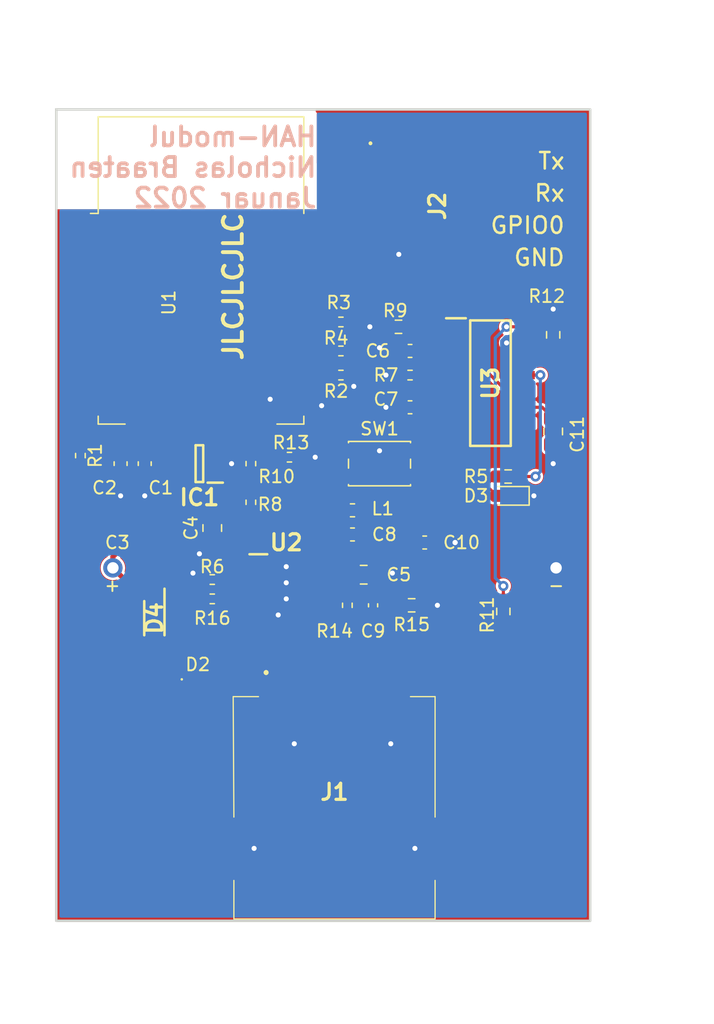
<source format=kicad_pcb>
(kicad_pcb (version 20211014) (generator pcbnew)
  (layers (0 "F.Cu" signal) (31 "B.Cu" signal) (34 "B.Paste" user) (35 "F.Paste" user) (36 "B.SilkS" user "B.Silkscreen") (37 "F.SilkS" user "F.Silkscreen") (38 "B.Mask" user) (39 "F.Mask" user) (44 "Edge.Cuts" user))
  (net 0 "")
  (net 1 "GND")
  (net 2 "+3V3")
  (net 3 "/ESP_Rx")
  (net 4 "Net-(D3-Pad2)")
  (net 5 "/~{HAN}")
  (net 6 "Net-(C9-Pad2)")
  (net 7 "Net-(R12-Pad1)")
  (net 8 "Net-(R11-Pad1)")
  (net 9 "HAN1")
  (net 10 "Net-(R9-Pad1)")
  (net 11 "Net-(IC1-Pad3)")
  (net 12 "Net-(IC1-Pad1)")
  (net 13 "Net-(R4-Pad2)")
  (net 14 "/GPIO0")
  (net 15 "Net-(R2-Pad2)")
  (net 16 "Net-(R1-Pad1)")
  (net 17 "Net-(R6-Pad1)")
  (net 18 "Net-(R7-Pad1)")
  (net 19 "/24V")
  (net 20 "Net-(R16-Pad2)")
  (net 24 "/RS232_Tx")
  (net 25 "/RS232_Rx")
  (net 26 "/~{RST}")
  (net 40 "/ESP_Tx")
  (net 41 "Net-(D2-Pad1)")
  (net 43 "Net-(C6-Pad1)")
  (net 44 "/P_fail")
  (net 45 "Net-(C7-Pad2)")
  (net 48 "Net-(C11-Pad1)")
  (net 51 "Net-(C5-Pad2)")
  (net 53 "Net-(C8-Pad1)")
  (net 54 "Net-(C8-Pad2)")
  (footprint "Resistor_SMD:R_0402_1005Metric_Pad0.72x0.64mm_HandSolder" (layer "F.Cu") (at 183.007 76.2 -90)
    (fp_text reference "R10" (at 1.016 -2.032 180) (layer "F.SilkS"))
    (fp_text value "121k")
    (pad "1" smd roundrect locked (at -0.5975 0 270) (size 0.715 0.64) (layers "F.Cu" "F.Paste" "F.Mask") (net 11 "Net-(IC1-Pad3)"))
    (pad "2" smd roundrect locked (at 0.5975 0 270) (size 0.715 0.64) (layers "F.Cu" "F.Paste" "F.Mask") (net 12 "Net-(IC1-Pad1)"))
  )
  (footprint "Capacitor_SMD:C_0805_2012Metric_Pad1.18x1.45mm_HandSolder" (layer "F.Cu") (at 191.9185 84.963 180)
    (fp_text reference "C5" (at -2.7725 0) (layer "F.SilkS"))
    (fp_text value "1µ")
    (pad "1" smd roundrect locked (at -1.0375 0 180) (size 1.175 1.45) (layers "F.Cu" "F.Paste" "F.Mask") (roundrect_rratio 0.212766) (net 1 "GND"))
    (pad "2" smd roundrect locked (at 1.0375 0 180) (size 1.175 1.45) (layers "F.Cu" "F.Paste" "F.Mask") (roundrect_rratio 0.212766) (net 51 "Net-(C5-Pad2)"))
  )
  (footprint "Resistor_SMD:R_0402_1005Metric_Pad0.72x0.64mm_HandSolder" (layer "F.Cu") (at 183.007 79.248 -90)
    (fp_text reference "R8" (at 0.167621 -1.524 180) (layer "F.SilkS"))
    (fp_text value "825k")
    (pad "1" smd roundrect locked (at -0.5975 0 270) (size 0.715 0.64) (layers "F.Cu" "F.Paste" "F.Mask") (net 12 "Net-(IC1-Pad1)"))
    (pad "2" smd roundrect locked (at 0.5975 0 270) (size 0.715 0.64) (layers "F.Cu" "F.Paste" "F.Mask") (net 19 "/24V"))
  )
  (footprint "Inductor_SMD:L_0603_1608Metric" (layer "F.Cu") (at 191.0335 79.883)
    (fp_text reference "L1" (at 2.3875 -0.127) (layer "F.SilkS"))
    (fp_text value "15µH")
    (pad "1" smd roundrect locked (at -0.7875 0) (size 0.875 0.95) (layers "F.Cu" "F.Paste" "F.Mask") (net 54 "Net-(C8-Pad2)"))
    (pad "2" smd roundrect locked (at 0.7875 0) (size 0.875 0.95) (layers "F.Cu" "F.Paste" "F.Mask") (net 2 "+3V3"))
  )
  (footprint "RF_Module:ESP-12E" (layer "F.Cu") (at 179.07 60.96)
    (fp_text reference "U1" (at -2.54 2.54 90) (layer "F.SilkS"))
    (fp_text value "ESP-12F")
    (pad "1" smd rect (at -7.6 -3.5) (size 2.5 1) (layers "F.Cu" "F.Paste" "F.Mask") (net 26 "/~{RST}"))
    (pad "2" smd rect (at -7.6 -1.5) (size 2.5 1) (layers "F.Cu" "F.Paste" "F.Mask"))
    (pad "3" smd rect (at -7.6 0.5) (size 2.5 1) (layers "F.Cu" "F.Paste" "F.Mask") (net 16 "Net-(R1-Pad1)"))
    (pad "4" smd rect (at -7.6 2.5) (size 2.5 1) (layers "F.Cu" "F.Paste" "F.Mask"))
    (pad "5" smd rect (at -7.6 4.5) (size 2.5 1) (layers "F.Cu" "F.Paste" "F.Mask"))
    (pad "6" smd rect (at -7.6 6.5) (size 2.5 1) (layers "F.Cu" "F.Paste" "F.Mask"))
    (pad "7" smd rect (at -7.6 8.5) (size 2.5 1) (layers "F.Cu" "F.Paste" "F.Mask"))
    (pad "8" smd rect (at -7.6 10.5) (size 2.5 1) (layers "F.Cu" "F.Paste" "F.Mask") (net 2 "+3V3"))
    (pad "9" smd rect (at -5 12) (size 1 1.8) (layers "F.Cu" "F.Paste" "F.Mask"))
    (pad "10" smd rect (at -3 12) (size 1 1.8) (layers "F.Cu" "F.Paste" "F.Mask"))
    (pad "11" smd rect (at -1 12) (size 1 1.8) (layers "F.Cu" "F.Paste" "F.Mask"))
    (pad "12" smd rect (at 1 12) (size 1 1.8) (layers "F.Cu" "F.Paste" "F.Mask"))
    (pad "13" smd rect (at 3 12) (size 1 1.8) (layers "F.Cu" "F.Paste" "F.Mask"))
    (pad "14" smd rect (at 5 12) (size 1 1.8) (layers "F.Cu" "F.Paste" "F.Mask"))
    (pad "15" smd rect (at 7.6 10.5) (size 2.5 1) (layers "F.Cu" "F.Paste" "F.Mask") (net 1 "GND"))
    (pad "16" smd rect (at 7.6 8.5) (size 2.5 1) (layers "F.Cu" "F.Paste" "F.Mask") (net 15 "Net-(R2-Pad2)"))
    (pad "17" smd rect (at 7.6 6.5) (size 2.5 1) (layers "F.Cu" "F.Paste" "F.Mask") (net 13 "Net-(R4-Pad2)"))
    (pad "18" smd rect (at 7.6 4.5) (size 2.5 1) (layers "F.Cu" "F.Paste" "F.Mask") (net 14 "/GPIO0"))
    (pad "19" smd rect (at 7.6 2.5) (size 2.5 1) (layers "F.Cu" "F.Paste" "F.Mask"))
    (pad "20" smd rect (at 7.6 0.5) (size 2.5 1) (layers "F.Cu" "F.Paste" "F.Mask"))
    (pad "21" smd rect (at 7.6 -1.5) (size 2.5 1) (layers "F.Cu" "F.Paste" "F.Mask") (net 3 "/ESP_Rx"))
    (pad "22" smd rect (at 7.6 -3.5) (size 2.5 1) (layers "F.Cu" "F.Paste" "F.Mask") (net 40 "/ESP_Tx"))
    (zone (net 0) (net_name "") (layers *.Cu) (connect_pads (clearance 0)) (min_thickness 0.254)
      (keepout (tracks not_allowed) (vias not_allowed) (pads not_allowed) (copperpour not_allowed) (footprints not_allowed))
      (fill (thermal_gap 0.508) (thermal_bridge_width 0.508))
      (polygon (pts (xy 188.214 56.134) (xy 169.926 56.134) (xy 169.926 48.514) (xy 188.214 48.514)))
    )
  )
  (footprint "Capacitor_SMD:C_0603_1608Metric" (layer "F.Cu") (at 174.625 76.2 -90)
    (fp_text reference "C1" (at 1.905 -1.27 180) (layer "F.SilkS"))
    (fp_text value "100n")
    (pad "1" smd roundrect locked (at -0.775 0 270) (size 0.9 0.95) (layers "F.Cu" "F.Paste" "F.Mask") (net 2 "+3V3"))
    (pad "2" smd roundrect locked (at 0.775 0 270) (size 0.9 0.95) (layers "F.Cu" "F.Paste" "F.Mask") (net 1 "GND"))
  )
  (footprint "Resistor_SMD:R_0402_1005Metric_Pad0.72x0.64mm_HandSolder" (layer "F.Cu") (at 190.627 87.376 -90)
    (fp_text reference "R14" (at 2.032 1.016 180) (layer "F.SilkS"))
    (fp_text value "1M")
    (pad "1" smd roundrect locked (at -0.5975 0 270) (size 0.715 0.64) (layers "F.Cu" "F.Paste" "F.Mask") (net 2 "+3V3"))
    (pad "2" smd roundrect locked (at 0.5975 0 270) (size 0.715 0.64) (layers "F.Cu" "F.Paste" "F.Mask") (net 6 "Net-(C9-Pad2)"))
  )
  (footprint "Capacitor_SMD:C_0805_2012Metric_Pad1.18x1.45mm_HandSolder" (layer "F.Cu") (at 179.959 81.28 90)
    (fp_text reference "C4" (at 0 -1.68 90) (layer "F.SilkS"))
    (fp_text value "2.2µ")
    (pad "1" smd roundrect locked (at -1.0375 0 90) (size 1.175 1.45) (layers "F.Cu" "F.Paste" "F.Mask") (roundrect_rratio 0.212766) (net 1 "GND"))
    (pad "2" smd roundrect locked (at 1.0375 0 90) (size 1.175 1.45) (layers "F.Cu" "F.Paste" "F.Mask") (roundrect_rratio 0.212766) (net 19 "/24V"))
  )
  (footprint "Resistor_SMD:R_0402_1005Metric_Pad0.72x0.64mm_HandSolder" (layer "F.Cu") (at 169.545 75.565 -90)
    (fp_text reference "R1" (at 0 -1.17 90) (layer "F.SilkS"))
    (fp_text value "10k")
    (pad "1" smd roundrect locked (at -0.5975 0 270) (size 0.715 0.64) (layers "F.Cu" "F.Paste" "F.Mask") (net 16 "Net-(R1-Pad1)"))
    (pad "2" smd roundrect locked (at 0.5975 0 270) (size 0.715 0.64) (layers "F.Cu" "F.Paste" "F.Mask") (net 2 "+3V3"))
  )
  (footprint "Capacitor_SMD:C_0805_2012Metric_Pad1.18x1.45mm_HandSolder" (layer "F.Cu") (at 206.883 73.66 -90)
    (fp_text reference "C11" (at 0.2325 -1.905 90) (layer "F.SilkS"))
    (fp_text value "1µ")
    (pad "1" smd roundrect locked (at -1.0375 0 270) (size 1.175 1.45) (layers "F.Cu" "F.Paste" "F.Mask") (roundrect_rratio 0.212766) (net 48 "Net-(C11-Pad1)"))
    (pad "2" smd roundrect locked (at 1.0375 0 270) (size 1.175 1.45) (layers "F.Cu" "F.Paste" "F.Mask") (roundrect_rratio 0.212766) (net 1 "GND"))
  )
  (footprint "Resistor_SMD:R_0603_1608Metric_Pad0.98x0.95mm_HandSolder" (layer "F.Cu") (at 195.707 87.376)
    (fp_text reference "R15" (at 0 1.524) (layer "F.SilkS"))
    (fp_text value "316k")
    (pad "1" smd roundrect locked (at -0.9125 0) (size 0.975 0.95) (layers "F.Cu" "F.Paste" "F.Mask") (net 6 "Net-(C9-Pad2)"))
    (pad "2" smd roundrect locked (at 0.9125 0) (size 0.975 0.95) (layers "F.Cu" "F.Paste" "F.Mask") (net 1 "GND"))
  )
  (footprint "Capacitor_SMD:C_0603_1608Metric" (layer "F.Cu") (at 195.58 67.31 180)
    (fp_text reference "C6" (at 2.54 0) (layer "F.SilkS"))
    (fp_text value "10µ")
    (pad "1" smd roundrect locked (at -0.775 0 180) (size 0.9 0.95) (layers "F.Cu" "F.Paste" "F.Mask") (net 43 "Net-(C6-Pad1)"))
    (pad "2" smd roundrect locked (at 0.775 0 180) (size 0.9 0.95) (layers "F.Cu" "F.Paste" "F.Mask") (net 1 "GND"))
  )
  (footprint "Diode_SMD:D_0402_1005Metric_Pad0.77x0.64mm_HandSolder" (layer "F.Cu") (at 178.816 93.218)
    (fp_text reference "D2" (at 0 -1.17) (layer "F.SilkS"))
    (fp_text value "D_Schottky_ALT")
    (pad "1" smd roundrect locked (at -0.5725 0) (size 0.765 0.64) (layers "F.Cu" "F.Paste" "F.Mask") (net 41 "Net-(D2-Pad1)"))
    (pad "2" smd roundrect locked (at 0.5725 0) (size 0.765 0.64) (layers "F.Cu" "F.Paste" "F.Mask") (net 9 "HAN1"))
  )
  (footprint "Button_Switch_SMD:SW_SPST_EVQP2" (layer "F.Cu") (at 193.167 76.2)
    (fp_text reference "SW1" (at 0 -2.75) (layer "F.SilkS"))
    (fp_text value "RESET")
    (pad "1" smd rect locked (at 2.58 -1) (size 1.45 0.7) (layers "F.Cu" "F.Paste" "F.Mask") (net 1 "GND"))
    (pad "1" smd rect locked (at -2.58 -1) (size 1.45 0.7) (layers "F.Cu" "F.Paste" "F.Mask") (net 1 "GND"))
    (pad "2" smd rect locked (at 2.58 1) (size 1.45 0.7) (layers "F.Cu" "F.Paste" "F.Mask") (net 12 "Net-(IC1-Pad1)"))
    (pad "2" smd rect locked (at -2.58 1) (size 1.45 0.7) (layers "F.Cu" "F.Paste" "F.Mask") (net 12 "Net-(IC1-Pad1)"))
  )
  (footprint "Resistor_SMD:R_0402_1005Metric_Pad0.72x0.64mm_HandSolder" (layer "F.Cu") (at 195.58 69.215 180)
    (fp_text reference "R7" (at 1.905 0) (layer "F.SilkS"))
    (fp_text value "30k")
    (pad "1" smd roundrect locked (at -0.5975 0 180) (size 0.715 0.64) (layers "F.Cu" "F.Paste" "F.Mask") (net 18 "Net-(R7-Pad1)"))
    (pad "2" smd roundrect locked (at 0.5975 0 180) (size 0.715 0.64) (layers "F.Cu" "F.Paste" "F.Mask") (net 1 "GND"))
  )
  (footprint "Resistor_SMD:R_0603_1608Metric_Pad0.98x0.95mm_HandSolder" (layer "F.Cu") (at 202.946 87.8605 -90)
    (fp_text reference "R11" (at 0.2775 1.27 90) (layer "F.SilkS"))
    (fp_text value "220R")
    (pad "1" smd roundrect locked (at -0.9125 0 270) (size 0.975 0.95) (layers "F.Cu" "F.Paste" "F.Mask") (net 8 "Net-(R11-Pad1)"))
    (pad "2" smd roundrect locked (at 0.9125 0 270) (size 0.975 0.95) (layers "F.Cu" "F.Paste" "F.Mask") (net 9 "HAN1"))
  )
  (footprint "RJLSE4118101:RJLSE4118101" (layer "F.Cu") (at 189.611 102.108)
    (fp_text reference "J1" (at 0 0) (layer "F.SilkS") (effects (font (size 1.27 1.27) (thickness 0.254))))
    (fp_text value "RJLSE4118101" hide)
    (pad "1" smd rect locked (at -4.445 -7.637) (size 0.76 4.75) (layers "F.Cu" "F.Paste" "F.Mask") (net 9 "HAN1"))
    (pad "2" smd rect locked (at -3.175 -7.637) (size 0.76 4.75) (layers "F.Cu" "F.Paste" "F.Mask") (net 1 "GND"))
    (pad "3" smd rect locked (at -1.905 -7.637) (size 0.76 4.75) (layers "F.Cu" "F.Paste" "F.Mask"))
    (pad "4" smd rect locked (at -0.635 -7.637) (size 0.76 4.75) (layers "F.Cu" "F.Paste" "F.Mask"))
    (pad "5" smd rect locked (at 0.635 -7.637) (size 0.76 4.75) (layers "F.Cu" "F.Paste" "F.Mask"))
    (pad "6" smd rect locked (at 1.905 -7.637) (size 0.76 4.75) (layers "F.Cu" "F.Paste" "F.Mask") (net 24 "/RS232_Tx"))
    (pad "7" smd rect locked (at 3.175 -7.637) (size 0.76 4.75) (layers "F.Cu" "F.Paste" "F.Mask") (net 25 "/RS232_Rx"))
    (pad "8" smd rect locked (at 4.445 -7.637) (size 0.76 4.75) (layers "F.Cu" "F.Paste" "F.Mask") (net 1 "GND"))
    (pad "MP1" smd rect locked (at -8.46 4.543) (size 2.24 3.51) (layers "F.Cu" "F.Paste" "F.Mask") (net 1 "GND"))
    (pad "MP2" smd rect locked (at 8.46 4.543) (size 2.24 3.51) (layers "F.Cu" "F.Paste" "F.Mask") (net 1 "GND"))
  )
  (footprint "Resistor_SMD:R_0603_1608Metric_Pad0.98x0.95mm_HandSolder" (layer "F.Cu") (at 194.6675 65.405 180)
    (fp_text reference "R9" (at 0.254724 1.27) (layer "F.SilkS"))
    (fp_text value "220R")
    (pad "1" smd roundrect locked (at -0.9125 0 180) (size 0.975 0.95) (layers "F.Cu" "F.Paste" "F.Mask") (net 10 "Net-(R9-Pad1)"))
    (pad "2" smd roundrect locked (at 0.9125 0 180) (size 0.975 0.95) (layers "F.Cu" "F.Paste" "F.Mask") (net 1 "GND"))
  )
  (footprint "LIB_LT8619EMSE-5#PBF:SOP50P490X110-17N" (layer "F.Cu") (at 185.801 85.598)
    (fp_text reference "U2" (at 0 -3.175) (layer "F.SilkS") (effects (font (size 1.27 1.27) (thickness 0.254))))
    (fp_text value "LT8619" hide)
    (pad "1" smd rect (at -2.2 -1.75 90) (size 0.3 1.4) (layers "F.Cu" "F.Paste" "F.Mask"))
    (pad "2" smd rect (at -2.2 -1.25 90) (size 0.3 1.4) (layers "F.Cu" "F.Paste" "F.Mask") (net 19 "/24V"))
    (pad "3" smd rect (at -2.2 -0.75 90) (size 0.3 1.4) (layers "F.Cu" "F.Paste" "F.Mask"))
    (pad "4" smd rect (at -2.2 -0.25 90) (size 0.3 1.4) (layers "F.Cu" "F.Paste" "F.Mask") (net 19 "/24V"))
    (pad "5" smd rect (at -2.2 0.25 90) (size 0.3 1.4) (layers "F.Cu" "F.Paste" "F.Mask") (net 17 "Net-(R6-Pad1)"))
    (pad "6" smd rect (at -2.2 0.75 90) (size 0.3 1.4) (layers "F.Cu" "F.Paste" "F.Mask") (net 20 "Net-(R16-Pad2)"))
    (pad "7" smd rect (at -2.2 1.25 90) (size 0.3 1.4) (layers "F.Cu" "F.Paste" "F.Mask") (net 1 "GND"))
    (pad "8" smd rect (at -2.2 1.75 90) (size 0.3 1.4) (layers "F.Cu" "F.Paste" "F.Mask") (net 1 "GND"))
    (pad "9" smd rect (at 2.2 1.75 90) (size 0.3 1.4) (layers "F.Cu" "F.Paste" "F.Mask") (net 6 "Net-(C9-Pad2)"))
    (pad "10" smd rect (at 2.2 1.25 90) (size 0.3 1.4) (layers "F.Cu" "F.Paste" "F.Mask") (net 6 "Net-(C9-Pad2)"))
    (pad "11" smd rect (at 2.2 0.75 90) (size 0.3 1.4) (layers "F.Cu" "F.Paste" "F.Mask") (net 2 "+3V3"))
    (pad "12" smd rect (at 2.2 0.25 90) (size 0.3 1.4) (layers "F.Cu" "F.Paste" "F.Mask") (net 51 "Net-(C5-Pad2)"))
    (pad "13" smd rect (at 2.2 -0.25 90) (size 0.3 1.4) (layers "F.Cu" "F.Paste" "F.Mask"))
    (pad "14" smd rect (at 2.2 -0.75 90) (size 0.3 1.4) (layers "F.Cu" "F.Paste" "F.Mask") (net 53 "Net-(C8-Pad1)"))
    (pad "15" smd rect (at 2.2 -1.25 90) (size 0.3 1.4) (layers "F.Cu" "F.Paste" "F.Mask") (net 54 "Net-(C8-Pad2)"))
    (pad "16" smd rect (at 2.2 -1.75 90) (size 0.3 1.4) (layers "F.Cu" "F.Paste" "F.Mask") (net 54 "Net-(C8-Pad2)"))
    (pad "17" smd rect (at 0 0) (size 1.753 2.947) (layers "F.Cu" "F.Paste" "F.Mask") (net 1 "GND"))
  )
  (footprint "Resistor_SMD:R_0402_1005Metric_Pad0.72x0.64mm_HandSolder" (layer "F.Cu") (at 190.119 65.024 180)
    (fp_text reference "R3" (at 0.167621 1.524) (layer "F.SilkS"))
    (fp_text value "10k")
    (pad "1" smd roundrect locked (at -0.5975 0 180) (size 0.715 0.64) (layers "F.Cu" "F.Paste" "F.Mask") (net 2 "+3V3"))
    (pad "2" smd roundrect locked (at 0.5975 0 180) (size 0.715 0.64) (layers "F.Cu" "F.Paste" "F.Mask") (net 14 "/GPIO0"))
  )
  (footprint "LED_SMD:LED_0603_1608Metric_Pad1.05x0.95mm_HandSolder" (layer "F.Cu") (at 203.327 78.74 180)
    (fp_text reference "D3" (at 2.54 0) (layer "F.SilkS"))
    (fp_text value "LED")
    (pad "1" smd roundrect locked (at -0.875 0 180) (size 1.05 0.95) (layers "F.Cu" "F.Paste" "F.Mask") (net 1 "GND"))
    (pad "2" smd roundrect locked (at 0.875 0 180) (size 1.05 0.95) (layers "F.Cu" "F.Paste" "F.Mask") (net 4 "Net-(D3-Pad2)"))
  )
  (footprint "NSI45025AT1G:NSI45025AT1G" (layer "F.Cu") (at 175.387 88.392 -90)
    (fp_text reference "D4" (at 0 0 90) (layer "F.SilkS") (effects (font (size 1.27 1.27) (thickness 0.254))))
    (fp_text value "NSI45025AT1G" hide)
    (pad "1" smd rect locked (at -1.75 0) (size 0.8 1.15) (layers "F.Cu" "F.Paste" "F.Mask") (net 19 "/24V"))
    (pad "2" smd rect locked (at 1.75 0) (size 0.8 1.15) (layers "F.Cu" "F.Paste" "F.Mask") (net 41 "Net-(D2-Pad1)"))
  )
  (footprint "Resistor_SMD:R_0402_1005Metric_Pad0.72x0.64mm_HandSolder" (layer "F.Cu") (at 179.959 86.868)
    (fp_text reference "R16" (at 0 1.524 180) (layer "F.SilkS"))
    (fp_text value "100k")
    (pad "1" smd roundrect locked (at -0.5975 0) (size 0.715 0.64) (layers "F.Cu" "F.Paste" "F.Mask") (net 2 "+3V3"))
    (pad "2" smd roundrect locked (at 0.5975 0) (size 0.715 0.64) (layers "F.Cu" "F.Paste" "F.Mask") (net 20 "Net-(R16-Pad2)"))
  )
  (footprint "Capacitor_SMD:C_0402_1005Metric_Pad0.74x0.62mm_HandSolder" (layer "F.Cu") (at 192.659 87.376 -90)
    (fp_text reference "C9" (at 2.032 0 180) (layer "F.SilkS"))
    (fp_text value "6.8p")
    (pad "1" smd roundrect locked (at -0.5675 0 270) (size 0.735 0.62) (layers "F.Cu" "F.Paste" "F.Mask") (net 2 "+3V3"))
    (pad "2" smd roundrect locked (at 0.5675 0 270) (size 0.735 0.62) (layers "F.Cu" "F.Paste" "F.Mask") (net 6 "Net-(C9-Pad2)"))
  )
  (footprint "MIC2779L:SOT95P280X145-5N" (layer "F.Cu") (at 178.943 76.2 180)
    (fp_text reference "IC1" (at 0 -2.667) (layer "F.SilkS") (effects (font (size 1.27 1.27) (thickness 0.254))))
    (fp_text value "MIC2779L-2YM5_TR" hide)
    (pad "1" smd rect locked (at -1.25 -0.95 270) (size 0.6 1.2) (layers "F.Cu" "F.Paste" "F.Mask") (net 12 "Net-(IC1-Pad1)"))
    (pad "2" smd rect locked (at -1.25 0 270) (size 0.6 1.2) (layers "F.Cu" "F.Paste" "F.Mask") (net 1 "GND"))
    (pad "3" smd rect locked (at -1.25 0.95 270) (size 0.6 1.2) (layers "F.Cu" "F.Paste" "F.Mask") (net 11 "Net-(IC1-Pad3)"))
    (pad "4" smd rect locked (at 1.25 0.95 270) (size 0.6 1.2) (layers "F.Cu" "F.Paste" "F.Mask") (net 26 "/~{RST}"))
    (pad "5" smd rect locked (at 1.25 -0.95 270) (size 0.6 1.2) (layers "F.Cu" "F.Paste" "F.Mask") (net 2 "+3V3"))
  )
  (footprint "Resistor_SMD:R_0402_1005Metric_Pad0.72x0.64mm_HandSolder" (layer "F.Cu") (at 190.119 69.215 180)
    (fp_text reference "R2" (at 0.381 -1.27) (layer "F.SilkS"))
    (fp_text value "10k")
    (pad "1" smd roundrect locked (at -0.5975 0 180) (size 0.715 0.64) (layers "F.Cu" "F.Paste" "F.Mask") (net 1 "GND"))
    (pad "2" smd roundrect locked (at 0.5975 0 180) (size 0.715 0.64) (layers "F.Cu" "F.Paste" "F.Mask") (net 15 "Net-(R2-Pad2)"))
  )
  (footprint "MAL202117102E3:MAL202117102E3" (layer "F.Cu") (at 174.611 78.173)
    (fp_text reference "C3" (at -2.145 4.25 unlocked) (layer "F.SilkS"))
    (fp_text value "1F")
    (fp_text user "+" (at -2.54 7.62 unlocked) (layer "F.SilkS"))
    (fp_text user "-" (at 32.512 7.62 unlocked) (layer "F.SilkS"))
    (pad "1" thru_hole circle (at -2.5 6.25) (size 1.524 1.524) (drill 0.9) (layers *.Cu *.Mask) (net 19 "/24V"))
    (pad "2" thru_hole rect (at 32.5 6.25) (size 1.524 1.524) (drill 0.9) (layers *.Cu *.Mask) (net 1 "GND"))
  )
  (footprint "Capacitor_SMD:C_0603_1608Metric_Pad1.08x0.95mm_HandSolder" (layer "F.Cu") (at 191.0335 81.788 180)
    (fp_text reference "C8" (at -2.5145 0) (layer "F.SilkS"))
    (fp_text value "0.1µ")
    (pad "1" smd roundrect locked (at -0.8625 0 180) (size 1.075 0.95) (layers "F.Cu" "F.Paste" "F.Mask") (net 53 "Net-(C8-Pad1)"))
    (pad "2" smd roundrect locked (at 0.8625 0 180) (size 1.075 0.95) (layers "F.Cu" "F.Paste" "F.Mask") (net 54 "Net-(C8-Pad2)"))
  )
  (footprint "TSM-104-02-S-SH-001:TSM10402SSH001" (layer "F.Cu") (at 197.739 55.88 -90)
    (fp_text reference "J2" (at 0 0 90) (layer "F.SilkS") (effects (font (size 1.27 1.27) (thickness 0.254))))
    (fp_text value "Conn_01x04_Male" hide)
    (pad "1" smd rect (at -3.81 5.283 270) (size 1.27 3.18) (layers "F.Cu" "F.Paste" "F.Mask") (net 40 "/ESP_Tx"))
    (pad "2" smd rect (at -1.27 5.283 270) (size 1.27 3.18) (layers "F.Cu" "F.Paste" "F.Mask") (net 3 "/ESP_Rx"))
    (pad "3" smd rect (at 1.27 5.283 270) (size 1.27 3.18) (layers "F.Cu" "F.Paste" "F.Mask") (net 14 "/GPIO0"))
    (pad "4" smd rect (at 3.81 5.283 270) (size 1.27 3.18) (layers "F.Cu" "F.Paste" "F.Mask") (net 1 "GND"))
  )
  (footprint "Resistor_SMD:R_0402_1005Metric_Pad0.72x0.64mm_HandSolder" (layer "F.Cu") (at 186.055 75.692 180)
    (fp_text reference "R13" (at -0.127 1.143) (layer "F.SilkS"))
    (fp_text value "56k2")
    (pad "1" smd roundrect locked (at -0.5975 0 180) (size 0.715 0.64) (layers "F.Cu" "F.Paste" "F.Mask") (net 1 "GND"))
    (pad "2" smd roundrect locked (at 0.5975 0 180) (size 0.715 0.64) (layers "F.Cu" "F.Paste" "F.Mask") (net 11 "Net-(IC1-Pad3)"))
  )
  (footprint "Capacitor_SMD:C_0603_1608Metric" (layer "F.Cu") (at 172.72 76.2 -90)
    (fp_text reference "C2" (at 1.905 1.27 180) (layer "F.SilkS"))
    (fp_text value "10µ")
    (pad "1" smd roundrect locked (at -0.775 0 270) (size 0.9 0.95) (layers "F.Cu" "F.Paste" "F.Mask") (net 2 "+3V3"))
    (pad "2" smd roundrect locked (at 0.775 0 270) (size 0.9 0.95) (layers "F.Cu" "F.Paste" "F.Mask") (net 1 "GND"))
  )
  (footprint "Capacitor_SMD:C_0603_1608Metric" (layer "F.Cu") (at 196.736 82.423)
    (fp_text reference "C10" (at 2.908 0) (layer "F.SilkS"))
    (fp_text value "22µ")
    (pad "1" smd roundrect locked (at -0.775 0) (size 0.9 0.95) (layers "F.Cu" "F.Paste" "F.Mask") (net 2 "+3V3"))
    (pad "2" smd roundrect locked (at 0.775 0) (size 0.9 0.95) (layers "F.Cu" "F.Paste" "F.Mask") (net 1 "GND"))
  )
  (footprint "Capacitor_SMD:C_0603_1608Metric" (layer "F.Cu") (at 195.58 71.755)
    (fp_text reference "C7" (at -1.905 -0.635) (layer "F.SilkS"))
    (fp_text value "220n")
    (pad "1" smd roundrect locked (at -0.775 0) (size 0.9 0.95) (layers "F.Cu" "F.Paste" "F.Mask") (net 1 "GND"))
    (pad "2" smd roundrect locked (at 0.775 0) (size 0.9 0.95) (layers "F.Cu" "F.Paste" "F.Mask") (net 45 "Net-(C7-Pad2)"))
  )
  (footprint "Resistor_SMD:R_0402_1005Metric_Pad0.72x0.64mm_HandSolder" (layer "F.Cu") (at 179.959 85.344 180)
    (fp_text reference "R6" (at 0 1.016 180) (layer "F.SilkS"))
    (fp_text value "121k")
    (pad "1" smd roundrect locked (at -0.5975 0 180) (size 0.715 0.64) (layers "F.Cu" "F.Paste" "F.Mask") (net 17 "Net-(R6-Pad1)"))
    (pad "2" smd roundrect locked (at 0.5975 0 180) (size 0.715 0.64) (layers "F.Cu" "F.Paste" "F.Mask") (net 1 "GND"))
  )
  (footprint "Resistor_SMD:R_0603_1608Metric_Pad0.98x0.95mm_HandSolder" (layer "F.Cu") (at 206.883 66.04 90)
    (fp_text reference "R12" (at 3.048 -0.508 180) (layer "F.SilkS"))
    (fp_text value "100R")
    (pad "1" smd roundrect locked (at -0.9125 0 90) (size 0.975 0.95) (layers "F.Cu" "F.Paste" "F.Mask") (net 7 "Net-(R12-Pad1)"))
    (pad "2" smd roundrect locked (at 0.9125 0 90) (size 0.975 0.95) (layers "F.Cu" "F.Paste" "F.Mask") (net 1 "GND"))
  )
  (footprint "Resistor_SMD:R_0402_1005Metric_Pad0.72x0.64mm_HandSolder" (layer "F.Cu") (at 190.119 67.31 180)
    (fp_text reference "R4" (at 0.381 1.016) (layer "F.SilkS"))
    (fp_text value "10k")
    (pad "1" smd roundrect locked (at -0.5975 0 180) (size 0.715 0.64) (layers "F.Cu" "F.Paste" "F.Mask") (net 2 "+3V3"))
    (pad "2" smd roundrect locked (at 0.5975 0 180) (size 0.715 0.64) (layers "F.Cu" "F.Paste" "F.Mask") (net 13 "Net-(R4-Pad2)"))
  )
  (footprint "Resistor_SMD:R_0603_1608Metric_Pad0.98x0.95mm_HandSolder" (layer "F.Cu") (at 203.327 77.216)
    (fp_text reference "R5" (at -2.54 0) (layer "F.SilkS"))
    (fp_text value "750R")
    (pad "1" smd roundrect locked (at -0.9125 0) (size 0.975 0.95) (layers "F.Cu" "F.Paste" "F.Mask") (net 4 "Net-(D3-Pad2)"))
    (pad "2" smd roundrect locked (at 0.9125 0) (size 0.975 0.95) (layers "F.Cu" "F.Paste" "F.Mask") (net 5 "/~{HAN}"))
  )
  (footprint "NCN5150DR2G:SOIC127P600X175-16N" (layer "F.Cu") (at 201.93 69.85)
    (fp_text reference "U3" (at 0 0 90) (layer "F.SilkS") (effects (font (size 1.27 1.27) (thickness 0.254))))
    (fp_text value "NCN5150" hide)
    (pad "1" smd rect (at -2.725 -4.445 90) (size 0.65 1.55) (layers "F.Cu" "F.Paste" "F.Mask") (net 10 "Net-(R9-Pad1)"))
    (pad "2" smd rect (at -2.725 -3.175 90) (size 0.65 1.55) (layers "F.Cu" "F.Paste" "F.Mask"))
    (pad "3" smd rect (at -2.725 -1.905 90) (size 0.65 1.55) (layers "F.Cu" "F.Paste" "F.Mask") (net 43 "Net-(C6-Pad1)"))
    (pad "4" smd rect (at -2.725 -0.635 90) (size 0.65 1.55) (layers "F.Cu" "F.Paste" "F.Mask") (net 18 "Net-(R7-Pad1)"))
    (pad "5" smd rect (at -2.725 0.635 90) (size 0.65 1.55) (layers "F.Cu" "F.Paste" "F.Mask") (net 44 "/P_fail"))
    (pad "6" smd rect (at -2.725 1.905 90) (size 0.65 1.55) (layers "F.Cu" "F.Paste" "F.Mask") (net 45 "Net-(C7-Pad2)"))
    (pad "7" smd rect (at -2.725 3.175 90) (size 0.65 1.55) (layers "F.Cu" "F.Paste" "F.Mask"))
    (pad "8" smd rect (at -2.725 4.445 90) (size 0.65 1.55) (layers "F.Cu" "F.Paste" "F.Mask") (net 3 "/ESP_Rx"))
    (pad "9" smd rect (at 2.725 4.445 90) (size 0.65 1.55) (layers "F.Cu" "F.Paste" "F.Mask") (net 2 "+3V3"))
    (pad "10" smd rect (at 2.725 3.175 90) (size 0.65 1.55) (layers "F.Cu" "F.Paste" "F.Mask"))
    (pad "11" smd rect (at 2.725 1.905 90) (size 0.65 1.55) (layers "F.Cu" "F.Paste" "F.Mask") (net 48 "Net-(C11-Pad1)"))
    (pad "12" smd rect (at 2.725 0.635 90) (size 0.65 1.55) (layers "F.Cu" "F.Paste" "F.Mask") (net 40 "/ESP_Tx"))
    (pad "13" smd rect (at 2.725 -0.635 90) (size 0.65 1.55) (layers "F.Cu" "F.Paste" "F.Mask") (net 5 "/~{HAN}"))
    (pad "14" smd rect (at 2.725 -1.905 90) (size 0.65 1.55) (layers "F.Cu" "F.Paste" "F.Mask") (net 7 "Net-(R12-Pad1)"))
    (pad "15" smd rect (at 2.725 -3.175 90) (size 0.65 1.55) (layers "F.Cu" "F.Paste" "F.Mask") (net 1 "GND"))
    (pad "16" smd rect (at 2.725 -4.445 90) (size 0.65 1.55) (layers "F.Cu" "F.Paste" "F.Mask") (net 8 "Net-(R11-Pad1)"))
  )
  (gr_rect (start 209.804 112.268) (end 167.64 48.26) (layer "Edge.Cuts") (width 0.2) (fill none))
  (gr_text "HAN-modul\nNicholas Braaten\nJanuar 2022" (at 188.341 52.832) (layer "B.SilkS") (effects (font (size 1.5 1.5) (thickness 0.3)) (justify left mirror)))
  (gr_text "Rx" (at 207.899 54.864) (layer "F.SilkS") (effects (font (size 1.3 1.3) (thickness 0.2)) (justify right)))
  (gr_text "JLCJLCJLC" (at 181.61 62.23 90) (layer "F.SilkS") (effects (font (size 1.5 1.5) (thickness 0.3))))
  (gr_text "Tx" (at 207.899 52.324) (layer "F.SilkS") (effects (font (size 1.3 1.3) (thickness 0.2)) (justify right)))
  (gr_text "GND" (at 207.899 59.944) (layer "F.SilkS") (effects (font (size 1.3 1.3) (thickness 0.2)) (justify right)))
  (gr_text "GPIO0" (at 207.899 57.404) (layer "F.SilkS") (effects (font (size 1.3 1.3) (thickness 0.2)) (justify right)))
  (segment (start 193.167 67.056) (end 193.421 67.31) (width 0.2) (layer "F.Cu") (net 1))
  (segment (start 193.151 75.2) (end 193.167 75.184) (width 0.2) (layer "F.Cu") (net 1))
  (segment (start 203.2 66.675) (end 204.655 66.675) (width 0.2) (layer "F.Cu") (net 1))
  (segment (start 206.883 64.008) (end 206.883 65.1275) (width 0.25) (layer "F.Cu") (net 1))
  (segment (start 184.531 71.12) (end 185.039 71.628) (width 0.4) (layer "F.Cu") (net 1))
  (segment (start 206.883 76.2) (end 206.883 74.6975) (width 0.25) (layer "F.Cu") (net 1))
  (segment (start 195.747 75.2) (end 193.183 75.2) (width 0.2) (layer "F.Cu") (net 1))
  (segment (start 188.595 71.628) (end 186.838 71.628) (width 0.4) (layer "F.Cu") (net 1))
  (segment (start 193.083 84.836) (end 192.956 84.963) (width 0.25) (layer "F.Cu") (net 1))
  (segment (start 181.249 106.553) (end 181.151 106.651) (width 0.25) (layer "F.Cu") (net 1))
  (segment (start 194.183 84.836) (end 193.083 84.836) (width 0.25) (layer "F.Cu") (net 1))
  (segment (start 193.421 67.31) (end 194.805 67.31) (width 0.2) (layer "F.Cu") (net 1))
  (segment (start 205.359 78.74) (end 204.202 78.74) (width 0.2) (layer "F.Cu") (net 1))
  (segment (start 196.6195 87.376) (end 197.739 87.376) (width 0.2) (layer "F.Cu") (net 1))
  (segment (start 185.801 86.868) (end 185.166 87.503) (width 0.25) (layer "F.Cu") (net 1))
  (segment (start 178.435 84.836) (end 178.8535 84.836) (width 0.2) (layer "F.Cu") (net 1))
  (segment (start 174.625 78.74) (end 174.625 76.975) (width 0.25) (layer "F.Cu") (net 1))
  (segment (start 195.961 106.553) (end 197.973 106.553) (width 0.25) (layer "F.Cu") (net 1))
  (segment (start 183.601 86.848) (end 184.511 86.848) (width 0.25) (layer "F.Cu") (net 1))
  (segment (start 183.261 106.553) (end 181.249 106.553) (width 0.25) (layer "F.Cu") (net 1))
  (segment (start 193.675 69.215) (end 194.9825 69.215) (width 0.25) (layer "F.Cu") (net 1))
  (segment (start 183.601 87.348) (end 184.376 87.348) (width 0.25) (layer "F.Cu") (net 1))
  (segment (start 178.8535 84.836) (end 179.3615 85.344) (width 0.2) (layer "F.Cu") (net 1))
  (segment (start 193.183 75.2) (end 193.167 75.184) (width 0.2) (layer "F.Cu") (net 1))
  (segment (start 186.838 71.628) (end 186.67 71.46) (width 0.4) (layer "F.Cu") (net 1))
  (segment (start 180.193 76.2) (end 181.483 76.2) (width 0.2) (layer "F.Cu") (net 1))
  (segment (start 197.511 82.423) (end 199.136 82.423) (width 0.25) (layer "F.Cu") (net 1))
  (segment (start 197.973 106.553) (end 198.071 106.651) (width 0.25) (layer "F.Cu") (net 1))
  (segment (start 186.436 94.471) (end 186.436 98.298) (width 0.4) (layer "F.Cu") (net 1))
  (segment (start 184.376 87.348) (end 185.166 88.138) (width 0.25) (layer "F.Cu") (net 1))
  (segment (start 191.135 70.104) (end 191.135 69.6335) (width 0.2) (layer "F.Cu") (net 1))
  (segment (start 186.502 71.628) (end 186.67 71.46) (width 0.4) (layer "F.Cu") (net 1))
  (segment (start 185.039 71.628) (end 186.502 71.628) (width 0.4) (layer "F.Cu") (net 1))
  (segment (start 185.166 87.503) (end 185.166 88.138) (width 0.25) (layer "F.Cu") (net 1))
  (segment (start 178.943 83.312) (end 179.9375 82.3175) (width 0.25) (layer "F.Cu") (net 1))
  (segment (start 193.675 71.755) (end 194.805 71.755) (width 0.25) (layer "F.Cu") (net 1))
  (segment (start 191.135 69.6335) (end 190.7165 69.215) (width 0.2) (layer "F.Cu") (net 1))
  (segment (start 179.9375 82.3175) (end 179.959 82.3175) (width 0.25) (layer "F.Cu") (net 1))
  (segment (start 190.587 75.2) (end 193.151 75.2) (width 0.2) (layer "F.Cu") (net 1))
  (segment (start 188.087 75.692) (end 186.6525 75.692) (width 0.2) (layer "F.Cu") (net 1))
  (segment (start 192.456 59.69) (end 194.691 59.69) (width 0.4) (layer "F.Cu") (net 1))
  (segment (start 193.755 65.405) (end 192.405 65.405) (width 0.25) (layer "F.Cu") (net 1))
  (segment (start 184.511 86.848) (end 185.166 87.503) (width 0.25) (layer "F.Cu") (net 1))
  (segment (start 172.72 76.975) (end 172.72 78.74) (width 0.25) (layer "F.Cu") (net 1))
  (segment (start 194.056 94.471) (end 194.056 98.298) (width 0.4) (layer "F.Cu") (net 1))
  (via (at 185.801 85.598) (size 0.8) (drill 0.4) (layers "F.Cu" "B.Cu") (net 1))
  (via (at 184.531 71.12) (size 0.8) (drill 0.4) (layers "F.Cu" "B.Cu") (net 1))
  (via (at 194.056 98.298) (size 0.8) (drill 0.4) (layers "F.Cu" "B.Cu") (net 1))
  (via (at 185.166 88.138) (size 0.8) (drill 0.4) (layers "F.Cu" "B.Cu") (net 1))
  (via (at 188.087 75.692) (size 0.8) (drill 0.4) (layers "F.Cu" "B.Cu") (net 1))
  (via (at 203.2 66.675) (size 0.8) (drill 0.4) (layers "F.Cu" "B.Cu") (net 1))
  (via (at 186.436 98.298) (size 0.8) (drill 0.4) (layers "F.Cu" "B.Cu") (net 1))
  (via (at 199.136 82.423) (size 0.8) (drill 0.4) (layers "F.Cu" "B.Cu") (net 1))
  (via (at 206.883 76.2) (size 0.8) (drill 0.4) (layers "F.Cu" "B.Cu") (net 1))
  (via (at 178.435 84.836) (size 0.8) (drill 0.4) (layers "F.Cu" "B.Cu") (net 1))
  (via (at 199.136 82.423) (size 0.8) (drill 0.4) (layers "F.Cu" "B.Cu") (net 1))
  (via (at 174.625 78.74) (size 0.8) (drill 0.4) (layers "F.Cu" "B.Cu") (net 1))
  (via (at 192.405 65.405) (size 0.8) (drill 0.4) (layers "F.Cu" "B.Cu") (net 1))
  (via (at 194.691 59.69) (size 0.8) (drill 0.4) (layers "F.Cu" "B.Cu") (net 1))
  (via (at 181.483 76.2) (size 0.8) (drill 0.4) (layers "F.Cu" "B.Cu") (net 1))
  (via (at 199.136 82.423) (size 0.8) (drill 0.4) (layers "F.Cu" "B.Cu") (net 1))
  (via (at 195.961 106.553) (size 0.8) (drill 0.4) (layers "F.Cu" "B.Cu") (net 1))
  (via (at 206.883 64.008) (size 0.8) (drill 0.4) (layers "F.Cu" "B.Cu") (net 1))
  (via (at 193.167 75.184) (size 0.8) (drill 0.4) (layers "F.Cu" "B.Cu") (net 1))
  (via (at 193.675 69.215) (size 0.8) (drill 0.4) (layers "F.Cu" "B.Cu") (net 1))
  (via (at 185.801 84.328) (size 0.8) (drill 0.4) (layers "F.Cu" "B.Cu") (net 1))
  (via (at 194.183 84.836) (size 0.8) (drill 0.4) (layers "F.Cu" "B.Cu") (net 1))
  (via (at 188.595 71.628) (size 0.8) (drill 0.4) (layers "F.Cu" "B.Cu") (net 1))
  (via (at 172.72 78.74) (size 0.8) (drill 0.4) (layers "F.Cu" "B.Cu") (net 1))
  (via (at 193.167 67.056) (size 0.8) (drill 0.4) (layers "F.Cu" "B.Cu") (net 1))
  (via (at 205.359 78.74) (size 0.8) (drill 0.4) (layers "F.Cu" "B.Cu") (net 1))
  (via (at 191.135 70.104) (size 0.8) (drill 0.4) (layers "F.Cu" "B.Cu") (net 1))
  (via (at 178.943 83.312) (size 0.8) (drill 0.4) (layers "F.Cu" "B.Cu") (net 1))
  (via (at 183.261 106.553) (size 0.8) (drill 0.4) (layers "F.Cu" "B.Cu") (net 1))
  (via (at 193.675 71.755) (size 0.8) (drill 0.4) (layers "F.Cu" "B.Cu") (net 1))
  (via (at 185.801 86.868) (size 0.8) (drill 0.4) (layers "F.Cu" "B.Cu") (net 1))
  (via (at 197.739 87.376) (size 0.8) (drill 0.4) (layers "F.Cu" "B.Cu") (net 1))
  (segment (start 192.093994 54.61) (end 192.456 54.61) (width 0.2) (layer "F.Cu") (net 3))
  (segment (start 189.71948 58.81952) (end 189.719481 56.984513) (width 0.2) (layer "F.Cu") (net 3))
  (segment (start 186.67 59.46) (end 189.079 59.46) (width 0.2) (layer "F.Cu") (net 3))
  (segment (start 189.079 59.46) (end 189.71948 58.81952) (width 0.2) (layer "F.Cu") (net 3))
  (segment (start 199.205 74.295) (end 199.655 74.295) (width 0.25) (layer "F.Cu") (net 3))
  (segment (start 189.719481 56.984513) (end 192.093994 54.61) (width 0.2) (layer "F.Cu") (net 3))
  (segment (start 198.501 54.61) (end 192.456 54.61) (width 0.25) (layer "F.Cu") (net 3))
  (segment (start 200.787 56.896) (end 198.501 54.61) (width 0.25) (layer "F.Cu") (net 3))
  (segment (start 200.787 73.163) (end 200.787 56.896) (width 0.25) (layer "F.Cu") (net 3))
  (segment (start 199.655 74.295) (end 200.787 73.163) (width 0.25) (layer "F.Cu") (net 3))
  (segment (start 202.311 77.216) (end 201.803 77.724) (width 0.2) (layer "F.Cu") (net 4))
  (segment (start 202.4145 77.216) (end 202.311 77.216) (width 0.2) (layer "F.Cu") (net 4))
  (segment (start 201.803 78.091) (end 202.452 78.74) (width 0.2) (layer "F.Cu") (net 4))
  (segment (start 201.803 77.724) (end 201.803 78.091) (width 0.2) (layer "F.Cu") (net 4))
  (segment (start 205.486 77.216) (end 204.2395 77.216) (width 0.25) (layer "F.Cu") (net 5))
  (segment (start 205.867 69.215) (end 204.655 69.215) (width 0.25) (layer "F.Cu") (net 5))
  (via (at 205.486 77.216) (size 0.8) (drill 0.4) (layers "F.Cu" "B.Cu") (net 5))
  (via (at 205.867 69.215) (size 0.8) (drill 0.4) (layers "F.Cu" "B.Cu") (net 5))
  (segment (start 205.867 76.835) (end 205.867 69.215) (width 0.25) (layer "B.Cu") (net 5))
  (segment (start 205.486 77.216) (end 205.867 76.835) (width 0.25) (layer "B.Cu") (net 5))
  (segment (start 188.001 87.348) (end 188.001 86.848) (width 0.25) (layer "F.Cu") (net 6))
  (segment (start 193.1075 88.392) (end 192.659 87.9435) (width 0.2) (layer "F.Cu") (net 6))
  (segment (start 188.567 87.348) (end 189.611 88.392) (width 0.25) (layer "F.Cu") (net 6))
  (segment (start 190.2085 88.392) (end 190.627 87.9735) (width 0.25) (layer "F.Cu") (net 6))
  (segment (start 194.7945 87.376) (end 193.7785 88.392) (width 0.2) (layer "F.Cu") (net 6))
  (segment (start 193.7785 88.392) (end 193.1075 88.392) (width 0.2) (layer "F.Cu") (net 6))
  (segment (start 188.001 87.348) (end 188.567 87.348) (width 0.25) (layer "F.Cu") (net 6))
  (segment (start 189.611 88.392) (end 190.2085 88.392) (width 0.25) (layer "F.Cu") (net 6))
  (segment (start 204.655 67.945) (end 205.8905 67.945) (width 0.25) (layer "F.Cu") (net 7))
  (segment (start 205.8905 67.945) (end 206.883 66.9525) (width 0.25) (layer "F.Cu") (net 7))
  (segment (start 203.2 65.405) (end 204.655 65.405) (width 0.25) (layer "F.Cu") (net 8))
  (segment (start 202.946 86.948) (end 202.946 85.852) (width 0.25) (layer "F.Cu") (net 8))
  (via (at 202.946 85.852) (size 0.8) (drill 0.4) (layers "F.Cu" "B.Cu") (net 8))
  (via (at 203.2 65.405) (size 0.8) (drill 0.4) (layers "F.Cu" "B.Cu") (net 8))
  (segment (start 202.946 85.852) (end 202.311 85.217) (width 0.25) (layer "B.Cu") (net 8))
  (segment (start 202.311 66.294) (end 203.2 65.405) (width 0.25) (layer "B.Cu") (net 8))
  (segment (start 202.311 85.217) (end 202.311 66.294) (width 0.25) (layer "B.Cu") (net 8))
  (segment (start 202.819 89.408) (end 200.430511 91.796489) (width 0.2) (layer "F.Cu") (net 9))
  (segment (start 180.6415 94.471) (end 185.166 94.471) (width 0.4) (layer "F.Cu") (net 9))
  (segment (start 202.819 89.408) (end 202.819 88.9) (width 0.2) (layer "F.Cu") (net 9))
  (segment (start 202.819 88.9) (end 202.946 88.773) (width 0.2) (layer "F.Cu") (net 9))
  (segment (start 185.756489 91.796489) (end 185.166 92.386978) (width 0.2) (layer "F.Cu") (net 9))
  (segment (start 200.430511 91.796489) (end 185.756489 91.796489) (width 0.2) (layer "F.Cu") (net 9))
  (segment (start 185.166 92.386978) (end 185.166 94.471) (width 0.2) (layer "F.Cu") (net 9))
  (segment (start 179.3885 93.218) (end 180.6415 94.471) (width 0.4) (layer "F.Cu") (net 9))
  (segment (start 195.58 65.405) (end 199.205 65.405) (width 0.25) (layer "F.Cu") (net 10))
  (segment (start 180.193 75.25) (end 182.6545 75.25) (width 0.2) (layer "F.Cu") (net 11))
  (segment (start 185.368 75.6025) (end 185.4575 75.692) (width 0.2) (layer "F.Cu") (net 11))
  (segment (start 183.007 75.6025) (end 185.368 75.6025) (width 0.2) (layer "F.Cu") (net 11))
  (segment (start 182.6545 75.25) (end 183.007 75.6025) (width 0.2) (layer "F.Cu") (net 11))
  (segment (start 190.587 77.2) (end 195.747 77.2) (width 0.2) (layer "F.Cu") (net 12))
  (segment (start 183.007 76.7975) (end 183.4095 77.2) (width 0.2) (layer "F.Cu") (net 12))
  (segment (start 181.5065 77.15) (end 183.007 78.6505) (width 0.2) (layer "F.Cu") (net 12))
  (segment (start 183.007 76.7975) (end 183.007 78.6505) (width 0.2) (layer "F.Cu") (net 12))
  (segment (start 180.193 77.15) (end 181.5065 77.15) (width 0.2) (layer "F.Cu") (net 12))
  (segment (start 183.4095 77.2) (end 190.587 77.2) (width 0.2) (layer "F.Cu") (net 12))
  (segment (start 186.67 67.46) (end 189.3715 67.46) (width 0.25) (layer "F.Cu") (net 13))
  (segment (start 189.3715 67.46) (end 189.5215 67.31) (width 0.25) (layer "F.Cu") (net 13))
  (segment (start 191.948 56.642) (end 192.456 57.15) (width 0.2) (layer "F.Cu") (net 14))
  (segment (start 189.0855 65.46) (end 189.5215 65.024) (width 0.2) (layer "F.Cu") (net 14))
  (segment (start 190.119 57.15) (end 190.627 56.642) (width 0.2) (layer "F.Cu") (net 14))
  (segment (start 187.143 65.46) (end 190.119 62.484) (width 0.2) (layer "F.Cu") (net 14))
  (segment (start 186.67 65.46) (end 189.0855 65.46) (width 0.2) (layer "F.Cu") (net 14))
  (segment (start 190.119 62.484) (end 190.119 57.15) (width 0.2) (layer "F.Cu") (net 14))
  (segment (start 190.627 56.642) (end 191.948 56.642) (width 0.2) (layer "F.Cu") (net 14))
  (segment (start 186.67 65.46) (end 187.143 65.46) (width 0.2) (layer "F.Cu") (net 14))
  (segment (start 189.2765 69.46) (end 189.5215 69.215) (width 0.2) (layer "F.Cu") (net 15))
  (segment (start 186.67 69.46) (end 189.2765 69.46) (width 0.2) (layer "F.Cu") (net 15))
  (segment (start 170.315 61.46) (end 169.545 62.23) (width 0.25) (layer "F.Cu") (net 16))
  (segment (start 171.47 61.46) (end 170.315 61.46) (width 0.25) (layer "F.Cu") (net 16))
  (segment (start 169.545 62.23) (end 169.545 74.9675) (width 0.25) (layer "F.Cu") (net 16))
  (segment (start 183.601 85.848) (end 181.0605 85.848) (width 0.2) (layer "F.Cu") (net 17))
  (segment (start 181.0605 85.848) (end 180.5565 85.344) (width 0.2) (layer "F.Cu") (net 17))
  (segment (start 196.1775 69.215) (end 199.205 69.215) (width 0.25) (layer "F.Cu") (net 18))
  (segment (start 181.9695 83.665522) (end 181.9695 80.7505) (width 0.2) (layer "F.Cu") (net 19))
  (segment (start 183.601 85.348) (end 182.651978 85.348) (width 0.2) (layer "F.Cu") (net 19))
  (segment (start 180.467 80.7505) (end 179.959 80.2425) (width 0.2) (layer "F.Cu") (net 19))
  (segment (start 182.651978 85.348) (end 181.5045 84.200522) (width 0.2) (layer "F.Cu") (net 19))
  (segment (start 181.5045 80.7505) (end 180.467 80.7505) (width 0.2) (layer "F.Cu") (net 19))
  (segment (start 183.601 84.348) (end 182.651978 84.348) (width 0.2) (layer "F.Cu") (net 19))
  (segment (start 181.9695 80.7505) (end 181.5045 80.7505) (width 0.2) (layer "F.Cu") (net 19))
  (segment (start 182.651978 84.348) (end 181.9695 83.665522) (width 0.2) (layer "F.Cu") (net 19))
  (segment (start 175.387 80.264) (end 179.9375 80.264) (width 0.4) (layer "F.Cu") (net 19))
  (segment (start 172.111 84.423) (end 172.111 83.54) (width 0.4) (layer "F.Cu") (net 19))
  (segment (start 182.102 80.7505) (end 181.9695 80.7505) (width 0.2) (layer "F.Cu") (net 19))
  (segment (start 174.597 85.852) (end 175.387 86.642) (width 0.4) (layer "F.Cu") (net 19))
  (segment (start 183.007 79.8455) (end 182.102 80.7505) (width 0.2) (layer "F.Cu") (net 19))
  (segment (start 179.9375 80.264) (end 179.959 80.2425) (width 0.4) (layer "F.Cu") (net 19))
  (segment (start 181.5045 84.200522) (end 181.5045 80.7505) (width 0.2) (layer "F.Cu") (net 19))
  (segment (start 172.111 83.54) (end 175.387 80.264) (width 0.4) (layer "F.Cu") (net 19))
  (segment (start 173.54 85.852) (end 174.597 85.852) (width 0.4) (layer "F.Cu") (net 19))
  (segment (start 172.111 84.423) (end 173.54 85.852) (width 0.4) (layer "F.Cu") (net 19))
  (segment (start 183.601 86.348) (end 181.0765 86.348) (width 0.2) (layer "F.Cu") (net 20))
  (segment (start 181.0765 86.348) (end 180.5565 86.868) (width 0.2) (layer "F.Cu") (net 20))
  (segment (start 176.894511 62.134511) (end 176.894511 74.451511) (width 0.25) (layer "F.Cu") (net 26))
  (segment (start 176.894511 62.134511) (end 172.22 57.46) (width 0.25) (layer "F.Cu") (net 26))
  (segment (start 176.894511 74.451511) (end 177.693 75.25) (width 0.25) (layer "F.Cu") (net 26))
  (segment (start 172.22 57.46) (end 171.47 57.46) (width 0.25) (layer "F.Cu") (net 26))
  (segment (start 187.523 57.46) (end 188.595 56.388) (width 0.2) (layer "F.Cu") (net 40))
  (segment (start 189.357 52.07) (end 192.456 52.07) (width 0.2) (layer "F.Cu") (net 40))
  (segment (start 186.67 57.46) (end 187.523 57.46) (width 0.2) (layer "F.Cu") (net 40))
  (segment (start 188.595 52.832) (end 189.357 52.07) (width 0.2) (layer "F.Cu") (net 40))
  (segment (start 196.723 52.07) (end 201.295 56.642) (width 0.25) (layer "F.Cu") (net 40))
  (segment (start 188.595 56.388) (end 188.595 52.832) (width 0.2) (layer "F.Cu") (net 40))
  (segment (start 201.295 56.642) (end 201.295 68.58) (width 0.25) (layer "F.Cu") (net 40))
  (segment (start 203.2 70.485) (end 204.655 70.485) (width 0.25) (layer "F.Cu") (net 40))
  (segment (start 192.456 52.07) (end 196.723 52.07) (width 0.25) (layer "F.Cu") (net 40))
  (segment (start 201.295 68.58) (end 203.2 70.485) (width 0.25) (layer "F.Cu") (net 40))
  (segment (start 178.2435 93.218) (end 177.165 93.218) (width 0.4) (layer "F.Cu") (net 41))
  (segment (start 178.2435 93.218) (end 178.2435 92.9985) (width 0.4) (layer "F.Cu") (net 41))
  (segment (start 175.387 91.44) (end 175.387 90.142) (width 0.4) (layer "F.Cu") (net 41))
  (segment (start 177.165 93.218) (end 175.387 91.44) (width 0.4) (layer "F.Cu") (net 41))
  (segment (start 199.205 67.945) (end 196.99 67.945) (width 0.2) (layer "F.Cu") (net 43))
  (segment (start 196.99 67.945) (end 196.355 67.31) (width 0.2) (layer "F.Cu") (net 43))
  (segment (start 196.355 71.755) (end 199.205 71.755) (width 0.25) (layer "F.Cu") (net 45))
  (segment (start 204.655 71.755) (end 206.0155 71.755) (width 0.25) (layer "F.Cu") (net 48))
  (segment (start 206.0155 71.755) (end 206.883 72.6225) (width 0.25) (layer "F.Cu") (net 48))
  (segment (start 189.996 85.848) (end 188.001 85.848) (width 0.25) (layer "F.Cu") (net 51))
  (segment (start 190.881 84.963) (end 189.996 85.848) (width 0.25) (layer "F.Cu") (net 51))
  (segment (start 190.246 83.693) (end 191.516 83.693) (width 0.25) (layer "F.Cu") (net 53))
  (segment (start 188.001 84.848) (end 189.091 84.848) (width 0.25) (layer "F.Cu") (net 53))
  (segment (start 189.091 84.848) (end 190.246 83.693) (width 0.25) (layer "F.Cu") (net 53))
  (segment (start 191.516 83.693) (end 192.151 83.058) (width 0.25) (layer "F.Cu") (net 53))
  (segment (start 192.151 82.043) (end 191.896 81.788) (width 0.25) (layer "F.Cu") (net 53))
  (segment (start 192.151 83.058) (end 192.151 82.043) (width 0.25) (layer "F.Cu") (net 53))
  (segment (start 189.611 80.518) (end 190.246 79.883) (width 0.25) (layer "F.Cu") (net 54))
  (segment (start 189.611 81.153) (end 189.611 80.518) (width 0.25) (layer "F.Cu") (net 54))
  (segment (start 190.171 81.713) (end 189.611 81.153) (width 0.25) (layer "F.Cu") (net 54))
  (segment (start 190.171 81.788) (end 190.171 81.713) (width 0.25) (layer "F.Cu") (net 54))
  (segment (start 188.821 83.848) (end 189.611 83.058) (width 0.25) (layer "F.Cu") (net 54))
  (segment (start 189.611 83.058) (end 189.611 82.348) (width 0.25) (layer "F.Cu") (net 54))
  (segment (start 188.001 83.848) (end 188.821 83.848) (width 0.25) (layer "F.Cu") (net 54))
  (segment (start 188.001 84.348) (end 188.001 83.848) (width 0.25) (layer "F.Cu") (net 54))
  (segment (start 189.611 82.348) (end 190.171 81.788) (width 0.25) (layer "F.Cu") (net 54))
  (zone (net 2) (net_name "+3V3") (layer "F.Cu") (name "3v3") (connect_pads yes (clearance 0)) (min_thickness 0.254) (fill yes (thermal_gap 0.508) (thermal_bridge_width 0.508))
    (polygon (pts (xy 219.583 120.396) (xy 163.195 120.396) (xy 163.195 44.704) (xy 219.583 44.704)))
  )
  (zone (net 0) (net_name "") (layers F&B.Cu) (name "GND") (connect_pads yes (clearance 0)) (min_thickness 0.254)
    (keepout (tracks not_allowed) (vias not_allowed) (pads not_allowed) (copperpour not_allowed) (footprints allowed))
    (fill (thermal_gap 0.508) (thermal_bridge_width 0.508))
    (polygon (pts (xy 188.087 56.134) (xy 167.259 56.134) (xy 167.259 48.006) (xy 188.087 48.006)))
  )
  (zone (net 1) (net_name "GND") (layer "B.Cu") (name "GND") (connect_pads yes (clearance 0.254)) (min_thickness 0.254) (fill yes (thermal_gap 0.508) (thermal_bridge_width 0.508))
    (polygon (pts (xy 214.757 112.014) (xy 165.227 112.014) (xy 165.227 51.054) (xy 164.973 41.402) (xy 188.087 39.624) (xy 214.757 39.624)))
  )
)
</source>
